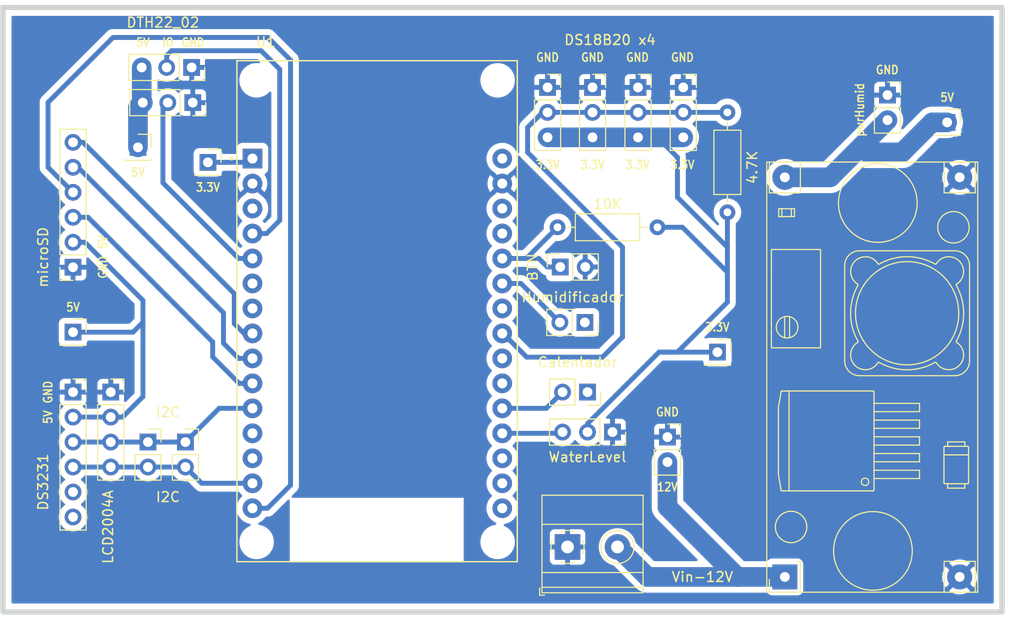
<source format=kicad_pcb>
(kicad_pcb (version 20221018) (generator pcbnew)
  (layers (0 "F.Cu" signal) (31 "B.Cu" signal) (34 "B.Paste" user) (35 "F.Paste" user) (36 "B.SilkS" user "B.Silkscreen") (37 "F.SilkS" user "F.Silkscreen") (38 "B.Mask" user) (39 "F.Mask" user) (44 "Edge.Cuts" user))
  (net 0 "")
  (net 1 "GND")
  (net 2 "GPIO_04")
  (net 3 "+5V")
  (net 4 "GPIO_02")
  (net 5 "GPIO_SDA")
  (net 6 "GPIO_SCL")
  (net 10 "GPIO_27")
  (net 11 "+3.3V")
  (net 13 "CS")
  (net 14 "SCK")
  (net 15 "MISO")
  (net 18 "MOSI")
  (net 22 "GPIO_34")
  (net 27 "+12V")
  (net 28 "BTN1")
  (net 30 "GPIO_35")
  (net 31 "Vdrive")
  (net 32 "OneWire")
  (footprint "Connector_PinSocket_2.54mm:PinSocket_1x01_P2.54mm_Vertical" (layer "F.Cu") (at 157.48 48.768)
    (fp_text reference "J16" hide)
    (fp_text value "Conn_01x01" hide)
    (pad "1" thru_hole rect (at 0 0) (size 1.7 1.7) (drill 1) (layers "*.Cu" "*.Mask") (net 3 "+5V"))
  )
  (footprint "Custom:MODULE_ESP32_DEVKIT_V1" (layer "F.Cu") (at 99.53 67.965)
    (fp_text reference "U1" (at -11.355 -27.36) (layer "F.SilkS"))
    (fp_text value "ESP32-DEVKIT-V1")
    (pad "" np_thru_hole circle (at -12.28 -23.475) (size 3 3) (drill 3) (layers "*.Cu" "*.Mask"))
    (pad "" np_thru_hole circle (at -12.28 23.475) (size 3 3) (drill 3) (layers "*.Cu" "*.Mask"))
    (pad "" np_thru_hole circle (at 12.23 -23.475) (size 3 3) (drill 3) (layers "*.Cu" "*.Mask"))
    (pad "" np_thru_hole circle (at 12.23 23.475) (size 3 3) (drill 3) (layers "*.Cu" "*.Mask"))
    (pad "1" thru_hole rect (at -12.7 -15.515) (size 2 2) (drill 1.02) (layers "*.Cu" "*.Mask") (net 11 "+3.3V"))
    (pad "2" thru_hole circle (at -12.7 -12.975) (size 2 2) (drill 1.02) (layers "*.Cu" "*.Mask") (net 1 "GND"))
    (pad "3" thru_hole circle (at -12.7 -10.435) (size 2 2) (drill 1.02) (layers "*.Cu" "*.Mask"))
    (pad "4" thru_hole circle (at -12.7 -7.895) (size 2 2) (drill 1.02) (layers "*.Cu" "*.Mask") (net 4 "GPIO_02"))
    (pad "5" thru_hole circle (at -12.7 -5.355) (size 2 2) (drill 1.02) (layers "*.Cu" "*.Mask") (net 2 "GPIO_04"))
    (pad "6" thru_hole circle (at -12.7 -2.815) (size 2 2) (drill 1.02) (layers "*.Cu" "*.Mask"))
    (pad "7" thru_hole circle (at -12.7 -0.275) (size 2 2) (drill 1.02) (layers "*.Cu" "*.Mask"))
    (pad "8" thru_hole circle (at -12.7 2.265) (size 2 2) (drill 1.02) (layers "*.Cu" "*.Mask") (net 13 "CS"))
    (pad "9" thru_hole circle (at -12.7 4.805) (size 2 2) (drill 1.02) (layers "*.Cu" "*.Mask") (net 14 "SCK"))
    (pad "10" thru_hole circle (at -12.7 7.345) (size 2 2) (drill 1.02) (layers "*.Cu" "*.Mask") (net 15 "MISO"))
    (pad "11" thru_hole circle (at -12.7 9.885) (size 2 2) (drill 1.02) (layers "*.Cu" "*.Mask") (net 5 "GPIO_SDA"))
    (pad "12" thru_hole circle (at -12.7 12.425) (size 2 2) (drill 1.02) (layers "*.Cu" "*.Mask"))
    (pad "13" thru_hole circle (at -12.7 14.965) (size 2 2) (drill 1.02) (layers "*.Cu" "*.Mask"))
    (pad "14" thru_hole circle (at -12.7 17.505) (size 2 2) (drill 1.02) (layers "*.Cu" "*.Mask") (net 6 "GPIO_SCL"))
    (pad "15" thru_hole circle (at -12.7 20.045) (size 2 2) (drill 1.02) (layers "*.Cu" "*.Mask") (net 18 "MOSI"))
    (pad "16" thru_hole circle (at 12.7 20.045) (size 2 2) (drill 1.02) (layers "*.Cu" "*.Mask"))
    (pad "17" thru_hole circle (at 12.7 17.505) (size 2 2) (drill 1.02) (layers "*.Cu" "*.Mask"))
    (pad "18" thru_hole circle (at 12.7 14.965) (size 2 2) (drill 1.02) (layers "*.Cu" "*.Mask"))
    (pad "19" thru_hole circle (at 12.7 12.425) (size 2 2) (drill 1.02) (layers "*.Cu" "*.Mask") (net 22 "GPIO_34"))
    (pad "20" thru_hole circle (at 12.7 9.885) (size 2 2) (drill 1.02) (layers "*.Cu" "*.Mask") (net 30 "GPIO_35"))
    (pad "21" thru_hole circle (at 12.7 7.345) (size 2 2) (drill 1.02) (layers "*.Cu" "*.Mask"))
    (pad "22" thru_hole circle (at 12.7 4.805) (size 2 2) (drill 1.02) (layers "*.Cu" "*.Mask"))
    (pad "23" thru_hole circle (at 12.7 2.265) (size 2 2) (drill 1.02) (layers "*.Cu" "*.Mask") (net 32 "OneWire"))
    (pad "24" thru_hole circle (at 12.7 -0.275) (size 2 2) (drill 1.02) (layers "*.Cu" "*.Mask"))
    (pad "25" thru_hole circle (at 12.7 -2.815) (size 2 2) (drill 1.02) (layers "*.Cu" "*.Mask") (net 10 "GPIO_27"))
    (pad "26" thru_hole circle (at 12.7 -5.355) (size 2 2) (drill 1.02) (layers "*.Cu" "*.Mask") (net 28 "BTN1"))
    (pad "27" thru_hole circle (at 12.7 -7.895) (size 2 2) (drill 1.02) (layers "*.Cu" "*.Mask"))
    (pad "28" thru_hole circle (at 12.7 -10.435) (size 2 2) (drill 1.02) (layers "*.Cu" "*.Mask"))
    (pad "29" thru_hole circle (at 12.7 -12.975) (size 2 2) (drill 1.02) (layers "*.Cu" "*.Mask") (net 1 "GND"))
    (pad "30" thru_hole circle (at 12.7 -15.515) (size 2 2) (drill 1.02) (layers "*.Cu" "*.Mask") (net 31 "Vdrive"))
    (zone (net 0) (net_name "") (layer "B.Cu") (connect_pads (clearance 0)) (min_thickness 0.01)
      (keepout (tracks not_allowed) (vias not_allowed) (pads not_allowed) (copperpour not_allowed) (footprints allowed))
      (fill (thermal_gap 0.508) (thermal_bridge_width 0.508))
      (polygon (pts (xy 90.62 86.95) (xy 108.31 86.95) (xy 108.31 93.44) (xy 90.62 93.44)))
    )
  )
  (footprint "Connector_PinSocket_2.54mm:PinSocket_1x01_P2.54mm_Vertical" (layer "F.Cu") (at 75.184 51.308)
    (fp_text reference "J11" hide)
    (fp_text value "Conn_01x01" hide)
    (pad "1" thru_hole rect (at 0 0) (size 1.7 1.7) (drill 1) (layers "*.Cu" "*.Mask") (net 3 "+5V"))
  )
  (footprint "Connector_PinSocket_2.54mm:PinSocket_1x02_P2.54mm_Vertical" (layer "F.Cu") (at 120.63 69.113 -90)
    (fp_text reference "J6" hide)
    (fp_text value "Humidificador" (at -2.565 1.25 -180) (layer "F.SilkS"))
    (pad "1" thru_hole rect (at 0 0 270) (size 1.7 1.7) (drill 1) (layers "*.Cu" "*.Mask"))
    (pad "2" thru_hole oval (at 0 2.54 270) (size 1.7 1.7) (drill 1) (layers "*.Cu" "*.Mask") (net 10 "GPIO_27"))
  )
  (footprint "Connector_PinSocket_2.54mm:PinSocket_1x01_P2.54mm_Vertical" (layer "F.Cu") (at 82.296 52.832)
    (fp_text reference "J18" hide)
    (fp_text value "Conn_01x01" hide)
    (pad "1" thru_hole rect (at 0 0) (size 1.7 1.7) (drill 1) (layers "*.Cu" "*.Mask") (net 11 "+3.3V"))
  )
  (footprint "Resistor_THT:R_Axial_DIN0207_L6.3mm_D2.5mm_P10.16mm_Horizontal" (layer "F.Cu") (at 128.016 59.436 180)
    (fp_text reference "R1" hide)
    (fp_text value "10K" (at 5.08 2.37) (layer "F.SilkS"))
    (pad "1" thru_hole circle (at 0 0 180) (size 1.6 1.6) (drill 0.8) (layers "*.Cu" "*.Mask") (net 11 "+3.3V"))
    (pad "2" thru_hole oval (at 10.16 0 180) (size 1.6 1.6) (drill 0.8) (layers "*.Cu" "*.Mask") (net 28 "BTN1"))
  )
  (footprint "Connector_PinSocket_2.54mm:PinSocket_1x06_P2.54mm_Vertical" (layer "F.Cu") (at 68.58 63.5 180)
    (fp_text reference "J5" hide)
    (fp_text value "microSD" (at 3.048 1.016 90) (layer "F.SilkS"))
    (pad "1" thru_hole rect (at 0 0 180) (size 1.7 1.7) (drill 1) (layers "*.Cu" "*.Mask") (net 1 "GND"))
    (pad "2" thru_hole oval (at 0 2.54 180) (size 1.7 1.7) (drill 1) (layers "*.Cu" "*.Mask") (net 3 "+5V"))
    (pad "3" thru_hole oval (at 0 5.08 180) (size 1.7 1.7) (drill 1) (layers "*.Cu" "*.Mask") (net 15 "MISO"))
    (pad "4" thru_hole oval (at 0 7.62 180) (size 1.7 1.7) (drill 1) (layers "*.Cu" "*.Mask") (net 18 "MOSI"))
    (pad "5" thru_hole oval (at 0 10.16 180) (size 1.7 1.7) (drill 1) (layers "*.Cu" "*.Mask") (net 14 "SCK"))
    (pad "6" thru_hole oval (at 0 12.7 180) (size 1.7 1.7) (drill 1) (layers "*.Cu" "*.Mask") (net 13 "CS"))
  )
  (footprint "Connector_PinSocket_2.54mm:PinSocket_1x02_P2.54mm_Vertical" (layer "F.Cu") (at 76.2 81.28)
    (fp_text reference "J12" hide)
    (fp_text value "I2C" (at 2.032 5.588) (layer "F.SilkS"))
    (pad "1" thru_hole rect (at 0 0) (size 1.7 1.7) (drill 1) (layers "*.Cu" "*.Mask") (net 5 "GPIO_SDA"))
    (pad "2" thru_hole oval (at 0 2.54) (size 1.7 1.7) (drill 1) (layers "*.Cu" "*.Mask") (net 6 "GPIO_SCL"))
  )
  (footprint "Connector_PinSocket_2.54mm:PinSocket_1x02_P2.54mm_Vertical" (layer "F.Cu") (at 151.409 45.994)
    (fp_text reference "J14" hide)
    (fp_text value "Vout-5V-Humidificador" hide)
    (pad "1" thru_hole rect (at 0 0) (size 1.7 1.7) (drill 1) (layers "*.Cu" "*.Mask") (net 1 "GND"))
    (pad "2" thru_hole oval (at 0 2.54) (size 1.7 1.7) (drill 1) (layers "*.Cu" "*.Mask") (net 3 "+5V"))
  )
  (footprint "Connector_PinSocket_2.54mm:PinSocket_1x06_P2.54mm_Vertical" (layer "F.Cu") (at 68.58 76.2)
    (fp_text reference "J3" hide)
    (fp_text value "DS3231" (at -3.048 9.144 90) (layer "F.SilkS"))
    (pad "1" thru_hole rect (at 0 0) (size 1.7 1.7) (drill 1) (layers "*.Cu" "*.Mask") (net 1 "GND"))
    (pad "2" thru_hole oval (at 0 2.54) (size 1.7 1.7) (drill 1) (layers "*.Cu" "*.Mask") (net 3 "+5V"))
    (pad "3" thru_hole oval (at 0 5.08) (size 1.7 1.7) (drill 1) (layers "*.Cu" "*.Mask") (net 5 "GPIO_SDA"))
    (pad "4" thru_hole oval (at 0 7.62) (size 1.7 1.7) (drill 1) (layers "*.Cu" "*.Mask") (net 6 "GPIO_SCL"))
    (pad "5" thru_hole oval (at 0 10.16) (size 1.7 1.7) (drill 1) (layers "*.Cu" "*.Mask"))
    (pad "6" thru_hole oval (at 0 12.7) (size 1.7 1.7) (drill 1) (layers "*.Cu" "*.Mask"))
  )
  (footprint "Connector_PinSocket_2.54mm:PinSocket_1x03_P2.54mm_Vertical" (layer "F.Cu") (at 80.645 43.18 -90)
    (fp_text reference "J2" hide)
    (fp_text value "DTH22_02" (at -4.572 2.921) (layer "F.SilkS"))
    (pad "1" thru_hole rect (at 0 0 270) (size 1.7 1.7) (drill 1) (layers "*.Cu" "*.Mask") (net 1 "GND"))
    (pad "2" thru_hole oval (at 0 2.54 270) (size 1.7 1.7) (drill 1) (layers "*.Cu" "*.Mask") (net 4 "GPIO_02"))
    (pad "3" thru_hole oval (at 0 5.08 270) (size 1.7 1.7) (drill 1) (layers "*.Cu" "*.Mask") (net 3 "+5V"))
  )
  (footprint "Resistor_THT:R_Axial_DIN0207_L6.3mm_D2.5mm_P10.16mm_Horizontal" (layer "F.Cu") (at 135.128 47.752 -90)
    (fp_text reference "R3" hide)
    (fp_text value "4.7K" (at 5.588 -2.54 90) (layer "F.SilkS"))
    (pad "1" thru_hole circle (at 0 0 270) (size 1.6 1.6) (drill 0.8) (layers "*.Cu" "*.Mask") (net 32 "OneWire"))
    (pad "2" thru_hole oval (at 10.16 0 270) (size 1.6 1.6) (drill 0.8) (layers "*.Cu" "*.Mask") (net 11 "+3.3V"))
  )
  (footprint "TerminalBlock_Phoenix:TerminalBlock_Phoenix_MKDS-1,5-2-5.08_1x02_P5.08mm_Horizontal" (layer "F.Cu") (at 118.872 91.948)
    (fp_text reference "J8" hide)
    (fp_text value "Vin-12V" (at 13.716 3.048) (layer "F.SilkS"))
    (pad "1" thru_hole rect (at 0 0) (size 2.6 2.6) (drill 1.3) (layers "*.Cu" "*.Mask") (net 1 "GND"))
    (pad "2" thru_hole circle (at 5.08 0) (size 2.6 2.6) (drill 1.3) (layers "*.Cu" "*.Mask") (net 27 "+12V"))
  )
  (footprint "Connector_PinSocket_2.54mm:PinSocket_1x03_P2.54mm_Vertical" (layer "F.Cu") (at 121.412 45.212)
    (fp_text reference "J20" hide)
    (fp_text value "DS18B20-B" hide)
    (pad "1" thru_hole rect (at 0 0) (size 1.7 1.7) (drill 1) (layers "*.Cu" "*.Mask") (net 1 "GND"))
    (pad "2" thru_hole oval (at 0 2.54) (size 1.7 1.7) (drill 1) (layers "*.Cu" "*.Mask") (net 32 "OneWire"))
    (pad "3" thru_hole oval (at 0 5.08) (size 1.7 1.7) (drill 1) (layers "*.Cu" "*.Mask") (net 11 "+3.3V"))
  )
  (footprint "Custom:YAAJ_DCDC_StepDown_LM2596" (layer "F.Cu") (at 140.97 94.996 90)
    (fp_text reference "U2" hide)
    (fp_text value "DCDC_StepDown_LM2596")
    (pad "1" thru_hole rect (at 0 0 90) (size 2.54 2.54) (drill 1) (layers "*.Cu" "*.Mask") (net 27 "+12V"))
    (pad "2" thru_hole circle (at 0 17.78 90) (size 2.54 2.54) (drill 1) (layers "*.Cu" "*.Mask") (net 1 "GND"))
    (pad "3" thru_hole circle (at 40.64 17.78 90) (size 2.54 2.54) (drill 1) (layers "*.Cu" "*.Mask") (net 1 "GND"))
    (pad "4" thru_hole circle (at 40.64 0 90) (size 2.54 2.54) (drill 1) (layers "*.Cu" "*.Mask") (net 3 "+5V"))
  )
  (footprint "Connector_PinSocket_2.54mm:PinSocket_1x01_P2.54mm_Vertical" (layer "F.Cu") (at 68.58 70.104)
    (fp_text reference "J15" hide)
    (fp_text value "Conn_01x01" hide)
    (pad "1" thru_hole rect (at 0 0) (size 1.7 1.7) (drill 1) (layers "*.Cu" "*.Mask") (net 3 "+5V"))
  )
  (footprint "Connector_PinSocket_2.54mm:PinSocket_1x03_P2.54mm_Vertical" (layer "F.Cu") (at 126.04 45.212)
    (fp_text reference "J21" hide)
    (fp_text value "DS18B20-C" hide)
    (pad "1" thru_hole rect (at 0 0) (size 1.7 1.7) (drill 1) (layers "*.Cu" "*.Mask") (net 1 "GND"))
    (pad "2" thru_hole oval (at 0 2.54) (size 1.7 1.7) (drill 1) (layers "*.Cu" "*.Mask") (net 32 "OneWire"))
    (pad "3" thru_hole oval (at 0 5.08) (size 1.7 1.7) (drill 1) (layers "*.Cu" "*.Mask") (net 11 "+3.3V"))
  )
  (footprint "Connector_PinSocket_2.54mm:PinSocket_1x04_P2.54mm_Vertical" (layer "F.Cu") (at 72.415 76.2)
    (fp_text reference "J4" hide)
    (fp_text value "LCD2004A" (at -0.279 13.716 90) (layer "F.SilkS"))
    (pad "1" thru_hole rect (at 0 0) (size 1.7 1.7) (drill 1) (layers "*.Cu" "*.Mask") (net 1 "GND"))
    (pad "2" thru_hole oval (at 0 2.54) (size 1.7 1.7) (drill 1) (layers "*.Cu" "*.Mask") (net 3 "+5V"))
    (pad "3" thru_hole oval (at 0 5.08) (size 1.7 1.7) (drill 1) (layers "*.Cu" "*.Mask") (net 5 "GPIO_SDA"))
    (pad "4" thru_hole oval (at 0 7.62) (size 1.7 1.7) (drill 1) (layers "*.Cu" "*.Mask") (net 6 "GPIO_SCL"))
  )
  (footprint "Connector_PinSocket_2.54mm:PinSocket_1x02_P2.54mm_Vertical" (layer "F.Cu") (at 118.13 63.475 90)
    (fp_text reference "SW1" hide)
    (fp_text value "BTN1" hide)
    (pad "1" thru_hole rect (at 0 0 90) (size 1.7 1.7) (drill 1) (layers "*.Cu" "*.Mask") (net 28 "BTN1"))
    (pad "2" thru_hole oval (at 0 2.54 90) (size 1.7 1.7) (drill 1) (layers "*.Cu" "*.Mask") (net 1 "GND"))
  )
  (footprint "Connector_PinSocket_2.54mm:PinSocket_1x03_P2.54mm_Vertical" (layer "F.Cu") (at 130.64 45.212)
    (fp_text reference "J22" hide)
    (fp_text value "DS18B20-D" hide)
    (pad "1" thru_hole rect (at 0 0) (size 1.7 1.7) (drill 1) (layers "*.Cu" "*.Mask") (net 1 "GND"))
    (pad "2" thru_hole oval (at 0 2.54) (size 1.7 1.7) (drill 1) (layers "*.Cu" "*.Mask") (net 32 "OneWire"))
    (pad "3" thru_hole oval (at 0 5.08) (size 1.7 1.7) (drill 1) (layers "*.Cu" "*.Mask") (net 11 "+3.3V"))
  )
  (footprint "Connector_PinSocket_2.54mm:PinSocket_1x01_P2.54mm_Vertical" (layer "F.Cu") (at 134.112 72.136)
    (fp_text reference "J17" hide)
    (fp_text value "Conn_01x01" hide)
    (pad "1" thru_hole rect (at 0 0) (size 1.7 1.7) (drill 1) (layers "*.Cu" "*.Mask") (net 11 "+3.3V"))
  )
  (footprint "Connector_PinSocket_2.54mm:PinSocket_1x03_P2.54mm_Vertical" (layer "F.Cu") (at 123.444 80.264 -90)
    (fp_text reference "J7" hide)
    (fp_text value "WaterLevel" (at 2.54 2.54) (layer "F.SilkS"))
    (pad "1" thru_hole rect (at 0 0 270) (size 1.7 1.7) (drill 1) (layers "*.Cu" "*.Mask") (net 1 "GND"))
    (pad "2" thru_hole oval (at 0 2.54 270) (size 1.7 1.7) (drill 1) (layers "*.Cu" "*.Mask") (net 11 "+3.3V"))
    (pad "3" thru_hole oval (at 0 5.08 270) (size 1.7 1.7) (drill 1) (layers "*.Cu" "*.Mask") (net 22 "GPIO_34"))
  )
  (footprint "Connector_PinSocket_2.54mm:PinSocket_1x02_P2.54mm_Vertical" (layer "F.Cu") (at 80.01 81.28)
    (fp_text reference "J13" hide)
    (fp_text value "I2C" (at -1.778 -3.048) (layer "F.SilkS"))
    (pad "1" thru_hole rect (at 0 0) (size 1.7 1.7) (drill 1) (layers "*.Cu" "*.Mask") (net 5 "GPIO_SDA"))
    (pad "2" thru_hole oval (at 0 2.54) (size 1.7 1.7) (drill 1) (layers "*.Cu" "*.Mask") (net 6 "GPIO_SCL"))
  )
  (footprint "Connector_PinSocket_2.54mm:PinSocket_1x02_P2.54mm_Vertical" (layer "F.Cu") (at 129.032 80.772)
    (fp_text reference "J10" hide)
    (fp_text value "Vout-12V" hide)
    (pad "1" thru_hole rect (at 0 0) (size 1.7 1.7) (drill 1) (layers "*.Cu" "*.Mask") (net 1 "GND"))
    (pad "2" thru_hole oval (at 0 2.54) (size 1.7 1.7) (drill 1) (layers "*.Cu" "*.Mask") (net 27 "+12V"))
  )
  (footprint "Connector_PinSocket_2.54mm:PinSocket_1x02_P2.54mm_Vertical" (layer "F.Cu") (at 120.904 76.2 -90)
    (fp_text reference "J9" hide)
    (fp_text value "Calentador" (at -3.048 1.016 -180) (layer "F.SilkS"))
    (pad "1" thru_hole rect (at 0 0 270) (size 1.7 1.7) (drill 1) (layers "*.Cu" "*.Mask"))
    (pad "2" thru_hole oval (at 0 2.54 270) (size 1.7 1.7) (drill 1) (layers "*.Cu" "*.Mask") (net 30 "GPIO_35"))
  )
  (footprint "Connector_PinSocket_2.54mm:PinSocket_1x03_P2.54mm_Vertical" (layer "F.Cu") (at 116.84 45.212)
    (fp_text reference "J19" hide)
    (fp_text value "DS18B20-A" hide)
    (pad "1" thru_hole rect (at 0 0) (size 1.7 1.7) (drill 1) (layers "*.Cu" "*.Mask") (net 1 "GND"))
    (pad "2" thru_hole oval (at 0 2.54) (size 1.7 1.7) (drill 1) (layers "*.Cu" "*.Mask") (net 32 "OneWire"))
    (pad "3" thru_hole oval (at 0 5.08) (size 1.7 1.7) (drill 1) (layers "*.Cu" "*.Mask") (net 11 "+3.3V"))
  )
  (footprint "Connector_PinSocket_2.54mm:PinSocket_1x03_P2.54mm_Vertical" (layer "F.Cu") (at 80.757 46.761 -90)
    (fp_text reference "J1" hide)
    (fp_text value "DTH22_01" hide)
    (pad "1" thru_hole rect (at 0 0 270) (size 1.7 1.7) (drill 1) (layers "*.Cu" "*.Mask") (net 1 "GND"))
    (pad "2" thru_hole oval (at 0 2.54 270) (size 1.7 1.7) (drill 1) (layers "*.Cu" "*.Mask") (net 2 "GPIO_04"))
    (pad "3" thru_hole oval (at 0 5.08 270) (size 1.7 1.7) (drill 1) (layers "*.Cu" "*.Mask") (net 3 "+5V"))
  )
  (gr_rect (start 61.468 37.084) (end 163.068 98.552) (stroke (width 0.5)) (fill none) (layer "B.Cu"))
  (gr_rect (start 61.468 37.084) (end 163.068 98.552) (stroke (width 0.5)) (fill none) (layer "Edge.Cuts"))
  (gr_text "3.3V" (at 82.296 55.372) (layer "F.SilkS") (effects (font (size 0.85 0.75))))
  (gr_text "3.3V" (at 121.412 53.086) (layer "F.SilkS") (effects (font (size 0.85 0.75))))
  (gr_text "GND" (at 125.984 42.164) (layer "F.SilkS") (effects (font (size 0.85 0.75))))
  (gr_text "GND" (at 129.032 78.232) (layer "F.SilkS") (effects (font (size 0.85 0.75))))
  (gr_text "5V" (at 71.628 60.96 90) (layer "F.SilkS") (effects (font (size 0.85 0.75))))
  (gr_text "5V" (at 68.58 67.564) (layer "F.SilkS") (effects (font (size 0.85 0.75))))
  (gr_text "3.3V" (at 134.112 69.596) (layer "F.SilkS") (effects (font (size 0.85 0.75))))
  (gr_text "12V" (at 129.032 85.852) (layer "F.SilkS") (effects (font (size 0.85 0.75))))
  (gr_text "5V" (at 157.48 46.228) (layer "F.SilkS") (effects (font (size 0.85 0.75))))
  (gr_text "5V" (at 66.04 78.74 90) (layer "F.SilkS") (effects (font (size 0.85 0.75))))
  (gr_text "GND" (at 71.628 63.5 90) (layer "F.SilkS") (effects (font (size 0.85 0.75))))
  (gr_text "GND" (at 66.04 76.2 90) (layer "F.SilkS") (effects (font (size 0.85 0.75))))
  (gr_text "GND" (at 80.772 40.64) (layer "F.SilkS") (effects (font (size 0.85 0.75))))
  (gr_text "IO" (at 78.232 40.64) (layer "F.SilkS") (effects (font (size 0.85 0.75))))
  (gr_text "GND" (at 151.384 43.434) (layer "F.SilkS") (effects (font (size 0.85 0.75))))
  (gr_text "BTN" (at 115.316 63.5 90) (layer "F.SilkS") (effects (font (size 1 1))))
  (gr_text "DS18B20 x4" (at 123.19 40.386) (layer "F.SilkS") (effects (font (size 1 1))))
  (gr_text "5V" (at 75.184 53.848) (layer "F.SilkS") (effects (font (size 0.85 0.75))))
  (gr_text "3.3V" (at 116.84 53.086) (layer "F.SilkS") (effects (font (size 0.85 0.75))))
  (gr_text "GND" (at 121.412 42.164) (layer "F.SilkS") (effects (font (size 0.85 0.75))))
  (gr_text "GND" (at 130.556 42.164) (layer "F.SilkS") (effects (font (size 0.85 0.75))))
  (gr_text "pwrHumid" (at 148.59 47.498 90) (layer "F.SilkS") (effects (font (size 0.85 0.75))))
  (gr_text "3.3V" (at 125.984 53.086) (layer "F.SilkS") (effects (font (size 0.85 0.75))))
  (gr_text "GND" (at 116.84 42.164) (layer "F.SilkS") (effects (font (size 0.85 0.75))))
  (gr_text "3.3V" (at 130.556 53.086) (layer "F.SilkS") (effects (font (size 0.85 0.75))))
  (gr_text "5V" (at 75.692 40.64) (layer "F.SilkS") (effects (font (size 0.85 0.75))))
  (segment (start 77.724 47.254) (end 77.724 54.918213) (width 0.5) (layer "B.Cu") (net 2))
  (segment (start 78.217 46.761) (end 77.724 47.254) (width 0.5) (layer "B.Cu") (net 2))
  (segment (start 85.415787 62.61) (end 86.83 62.61) (width 0.5) (layer "B.Cu") (net 2))
  (segment (start 77.724 54.918213) (end 85.415787 62.61) (width 0.5) (layer "B.Cu") (net 2))
  (segment (start 68.58 78.74) (end 72.415 78.74) (width 0.5) (layer "B.Cu") (net 3))
  (segment (start 152.908 51.816) (end 149.352 51.816) (width 2) (layer "B.Cu") (net 3))
  (segment (start 75.692 66.869919) (end 69.782081 60.96) (width 0.5) (layer "B.Cu") (net 3))
  (segment (start 157.48 48.768) (end 155.956 48.768) (width 2) (layer "B.Cu") (net 3))
  (segment (start 149.352 51.816) (end 148.7395 51.2035) (width 2) (layer "B.Cu") (net 3))
  (segment (start 75.692 69.088) (end 75.692 66.869919) (width 0.5) (layer "B.Cu") (net 3))
  (segment (start 75.692 76.665081) (end 75.692 69.088) (width 0.5) (layer "B.Cu") (net 3))
  (segment (start 69.782081 60.96) (end 68.58 60.96) (width 0.5) (layer "B.Cu") (net 3))
  (segment (start 74.676 70.104) (end 75.692 69.088) (width 0.5) (layer "B.Cu") (net 3))
  (segment (start 75.565 43.18) (end 75.565 46.649) (width 2) (layer "B.Cu") (net 3))
  (segment (start 73.617081 78.74) (end 75.692 76.665081) (width 0.5) (layer "B.Cu") (net 3))
  (segment (start 145.587 54.356) (end 148.7395 51.2035) (width 2) (layer "B.Cu") (net 3))
  (segment (start 72.415 78.74) (end 73.617081 78.74) (width 0.5) (layer "B.Cu") (net 3))
  (segment (start 75.565 46.649) (end 75.677 46.761) (width 2) (layer "B.Cu") (net 3))
  (segment (start 148.7395 51.2035) (end 151.409 48.534) (width 2) (layer "B.Cu") (net 3))
  (segment (start 140.97 54.356) (end 145.587 54.356) (width 2) (layer "B.Cu") (net 3))
  (segment (start 75.677 46.761) (end 75.184 47.254) (width 2) (layer "B.Cu") (net 3))
  (segment (start 155.956 48.768) (end 152.908 51.816) (width 2) (layer "B.Cu") (net 3))
  (segment (start 68.58 70.104) (end 74.676 70.104) (width 0.5) (layer "B.Cu") (net 3))
  (segment (start 75.184 47.254) (end 75.184 51.308) (width 2) (layer "B.Cu") (net 3))
  (segment (start 89.6 58.736) (end 88.266 60.07) (width 0.5) (layer "B.Cu") (net 4))
  (segment (start 87.708 41.48) (end 89.6 43.372) (width 0.5) (layer "B.Cu") (net 4))
  (segment (start 78.602919 41.48) (end 87.708 41.48) (width 0.5) (layer "B.Cu") (net 4))
  (segment (start 89.6 43.372) (end 89.6 58.736) (width 0.5) (layer "B.Cu") (net 4))
  (segment (start 78.105 41.977919) (end 78.602919 41.48) (width 0.5) (layer "B.Cu") (net 4))
  (segment (start 88.266 60.07) (end 86.83 60.07) (width 0.5) (layer "B.Cu") (net 4))
  (segment (start 78.105 43.18) (end 78.105 41.977919) (width 0.5) (layer "B.Cu") (net 4))
  (segment (start 80.01 81.28) (end 68.58 81.28) (width 0.5) (layer "B.Cu") (net 5))
  (segment (start 86.83 77.85) (end 83.44 77.85) (width 0.5) (layer "B.Cu") (net 5))
  (segment (start 83.44 77.85) (end 80.01 81.28) (width 0.5) (layer "B.Cu") (net 5))
  (segment (start 86.83 85.47) (end 81.66 85.47) (width 0.5) (layer "B.Cu") (net 6))
  (segment (start 68.58 83.82) (end 80.01 83.82) (width 0.5) (layer "B.Cu") (net 6))
  (segment (start 81.66 85.47) (end 80.01 83.82) (width 0.5) (layer "B.Cu") (net 6))
  (segment (start 114.127 65.15) (end 118.09 69.113) (width 0.5) (layer "B.Cu") (net 10))
  (segment (start 112.23 65.15) (end 114.127 65.15) (width 0.5) (layer "B.Cu") (net 10))
  (segment (start 135.128 61.468) (end 135.128 57.912) (width 0.5) (layer "B.Cu") (net 11))
  (segment (start 135.128 67.056) (end 135.128 64.008) (width 0.5) (layer "B.Cu") (net 11))
  (segment (start 118.364 50.292) (end 128.016 50.292) (width 2) (layer "B.Cu") (net 11))
  (segment (start 128.524 72.136) (end 130.048 72.136) (width 0.5) (layer "B.Cu") (net 11))
  (segment (start 128.172 72.136) (end 128.524 72.136) (width 0.5) (layer "B.Cu") (net 11))
  (segment (start 130.048 72.136) (end 135.128 67.056) (width 0.5) (layer "B.Cu") (net 11))
  (segment (start 120.904 79.404) (end 128.172 72.136) (width 0.5) (layer "B.Cu") (net 11))
  (segment (start 128.524 72.136) (end 134.112 72.136) (width 0.5) (layer "B.Cu") (net 11))
  (segment (start 116.84 50.292) (end 118.364 50.292) (width 2) (layer "B.Cu") (net 11))
  (segment (start 120.904 79.404) (end 120.904 80.264) (width 0.5) (layer "B.Cu") (net 11))
  (segment (start 130.556 59.436) (end 135.128 64.008) (width 0.5) (layer "B.Cu") (net 11))
  (segment (start 135.128 61.468) (end 130.048 56.388) (width 0.5) (layer "B.Cu") (net 11))
  (segment (start 130.048 52.324) (end 128.016 50.292) (width 0.5) (layer "B.Cu") (net 11))
  (segment (start 82.296 52.832) (end 86.448 52.832) (width 0.5) (layer "B.Cu") (net 11))
  (segment (start 128.016 50.292) (end 130.64 50.292) (width 2) (layer "B.Cu") (net 11))
  (segment (start 135.128 64.008) (end 135.128 61.468) (width 0.5) (layer "B.Cu") (net 11))
  (segment (start 130.048 56.388) (end 130.048 52.324) (width 0.5) (layer "B.Cu") (net 11))
  (segment (start 128.016 59.436) (end 130.556 59.436) (width 0.5) (layer "B.Cu") (net 11))
  (segment (start 68.58 50.8) (end 69.596 50.8) (width 0.5) (layer "B.Cu") (net 13))
  (segment (start 84.98 66.184) (end 84.98 69.232) (width 0.5) (layer "B.Cu") (net 13))
  (segment (start 69.596 50.8) (end 84.98 66.184) (width 0.5) (layer "B.Cu") (net 13))
  (segment (start 85.978 70.23) (end 86.83 70.23) (width 0.5) (layer "B.Cu") (net 13))
  (segment (start 84.98 69.232) (end 85.978 70.23) (width 0.5) (layer "B.Cu") (net 13))
  (segment (start 83.88 71.234213) (end 85.415787 72.77) (width 0.5) (layer "B.Cu") (net 14))
  (segment (start 83.88 68.132) (end 83.88 71.234213) (width 0.5) (layer "B.Cu") (net 14))
  (segment (start 69.088 53.34) (end 83.88 68.132) (width 0.5) (layer "B.Cu") (net 14))
  (segment (start 85.415787 72.77) (end 86.83 72.77) (width 0.5) (layer "B.Cu") (net 14))
  (segment (start 86.83 75.31) (end 85.47 75.31) (width 0.5) (layer "B.Cu") (net 15))
  (segment (start 82.78 72.62) (end 82.78 71.096) (width 0.5) (layer "B.Cu") (net 15))
  (segment (start 85.47 75.31) (end 82.78 72.62) (width 0.5) (layer "B.Cu") (net 15))
  (segment (start 70.104 58.42) (end 68.58 58.42) (width 0.5) (layer "B.Cu") (net 15))
  (segment (start 82.78 71.096) (end 70.104 58.42) (width 0.5) (layer "B.Cu") (net 15))
  (segment (start 90.7 85.667918) (end 90.7 42.44) (width 0.5) (layer "B.Cu") (net 18))
  (segment (start 88.357918 88.01) (end 90.7 85.667918) (width 0.5) (layer "B.Cu") (net 18))
  (segment (start 66.04 46.736) (end 66.04 53.34) (width 0.5) (layer "B.Cu") (net 18))
  (segment (start 72.644 40.132) (end 66.04 46.736) (width 0.5) (layer "B.Cu") (net 18))
  (segment (start 86.83 88.01) (end 88.357918 88.01) (width 0.5) (layer "B.Cu") (net 18))
  (segment (start 90.7 42.44) (end 88.392 40.132) (width 0.5) (layer "B.Cu") (net 18))
  (segment (start 88.392 40.132) (end 72.644 40.132) (width 0.5) (layer "B.Cu") (net 18))
  (segment (start 66.04 53.34) (end 68.58 55.88) (width 0.5) (layer "B.Cu") (net 18))
  (segment (start 112.23 80.39) (end 118.238 80.39) (width 0.5) (layer "B.Cu") (net 22))
  (segment (start 127 94.996) (end 123.952 91.948) (width 2) (layer "B.Cu") (net 27))
  (segment (start 129.032 83.312) (end 129.032 87.884) (width 2) (layer "B.Cu") (net 27))
  (segment (start 129.032 87.884) (end 136.144 94.996) (width 2) (layer "B.Cu") (net 27))
  (segment (start 140.97 94.996) (end 136.144 94.996) (width 2) (layer "B.Cu") (net 27))
  (segment (start 127 94.996) (end 136.144 94.996) (width 2) (layer "B.Cu") (net 27))
  (segment (start 112.23 62.61) (end 114.808 62.61) (width 0.5) (layer "B.Cu") (net 28))
  (segment (start 116.815 63.475) (end 118.13 63.475) (width 0.5) (layer "B.Cu") (net 28))
  (segment (start 117.856 59.436) (end 114.808 62.484) (width 0.5) (layer "B.Cu") (net 28))
  (segment (start 114.808 62.484) (end 114.808 62.61) (width 0.5) (layer "B.Cu") (net 28))
  (segment (start 114.808 62.61) (end 115.95 62.61) (width 0.5) (layer "B.Cu") (net 28))
  (segment (start 115.95 62.61) (end 116.815 63.475) (width 0.5) (layer "B.Cu") (net 28))
  (segment (start 116.714 77.85) (end 118.364 76.2) (width 0.5) (layer "B.Cu") (net 30))
  (segment (start 112.23 77.85) (end 116.714 77.85) (width 0.5) (layer "B.Cu") (net 30))
  (segment (start 122.428 72.644) (end 124.46 70.612) (width 0.5) (layer "B.Cu") (net 32))
  (segment (start 114.808 49.276) (end 116.332 47.752) (width 0.5) (layer "B.Cu") (net 32))
  (segment (start 112.92 70.92) (end 112.996296 70.92) (width 0.5) (layer "B.Cu") (net 32))
  (segment (start 114.808 51.816) (end 114.808 49.276) (width 0.5) (layer "B.Cu") (net 32))
  (segment (start 114.720296 72.644) (end 122.428 72.644) (width 0.5) (layer "B.Cu") (net 32))
  (segment (start 124.46 61.468) (end 114.808 51.816) (width 0.5) (layer "B.Cu") (net 32))
  (segment (start 112.23 70.23) (end 112.92 70.92) (width 0.5) (layer "B.Cu") (net 32))
  (segment (start 130.64 47.752) (end 116.84 47.752) (width 0.5) (layer "B.Cu") (net 32))
  (segment (start 112.996296 70.92) (end 114.720296 72.644) (width 0.5) (layer "B.Cu") (net 32))
  (segment (start 124.46 70.612) (end 124.46 61.468) (width 0.5) (layer "B.Cu") (net 32))
  (segment (start 135.128 47.752) (end 130.64 47.752) (width 0.5) (layer "B.Cu") (net 32))
  (zone (net 1) (net_name "GND") (layer "B.Cu") (connect_pads (clearance 0.5)) (min_thickness 0.25) (fill yes (thermal_gap 0.5) (thermal_bridge_width 0.5))
    (polygon (pts (xy 61.279534 36.322) (xy 163.768534 37.084) (xy 165.292534 101.092) (xy 61.152534 99.441)))
  )
)
</source>
